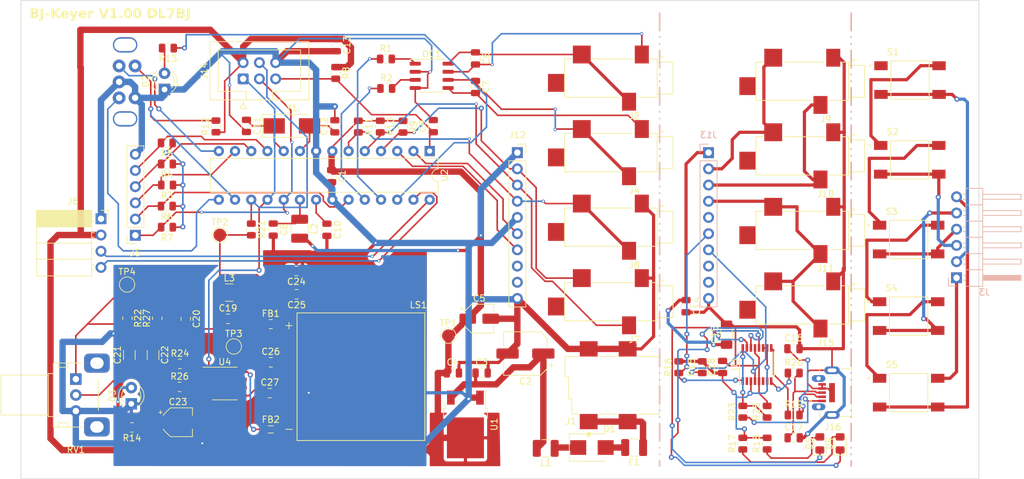
<source format=kicad_pcb>
(kicad_pcb (version 20221018) (generator pcbnew)

  (general
    (thickness 1.6)
  )

  (paper "A4")
  (title_block
    (comment 4 "AISLER Project ID: MMGPWGQA")
  )

  (layers
    (0 "F.Cu" signal)
    (31 "B.Cu" signal)
    (32 "B.Adhes" user "B.Adhesive")
    (33 "F.Adhes" user "F.Adhesive")
    (34 "B.Paste" user)
    (35 "F.Paste" user)
    (36 "B.SilkS" user "B.Silkscreen")
    (37 "F.SilkS" user "F.Silkscreen")
    (38 "B.Mask" user)
    (39 "F.Mask" user)
    (40 "Dwgs.User" user "User.Drawings")
    (41 "Cmts.User" user "User.Comments")
    (42 "Eco1.User" user "User.Eco1")
    (43 "Eco2.User" user "User.Eco2")
    (44 "Edge.Cuts" user)
    (45 "Margin" user)
    (46 "B.CrtYd" user "B.Courtyard")
    (47 "F.CrtYd" user "F.Courtyard")
    (48 "B.Fab" user)
    (49 "F.Fab" user)
    (50 "User.1" user)
    (51 "User.2" user)
    (52 "User.3" user)
    (53 "User.4" user)
    (54 "User.5" user)
    (55 "User.6" user)
    (56 "User.7" user)
    (57 "User.8" user)
    (58 "User.9" user)
  )

  (setup
    (pad_to_mask_clearance 0)
    (pcbplotparams
      (layerselection 0x00010fc_ffffffff)
      (plot_on_all_layers_selection 0x0000000_00000000)
      (disableapertmacros false)
      (usegerberextensions false)
      (usegerberattributes true)
      (usegerberadvancedattributes true)
      (creategerberjobfile true)
      (dashed_line_dash_ratio 12.000000)
      (dashed_line_gap_ratio 3.000000)
      (svgprecision 4)
      (plotframeref false)
      (viasonmask false)
      (mode 1)
      (useauxorigin false)
      (hpglpennumber 1)
      (hpglpenspeed 20)
      (hpglpendiameter 15.000000)
      (dxfpolygonmode true)
      (dxfimperialunits true)
      (dxfusepcbnewfont true)
      (psnegative false)
      (psa4output false)
      (plotreference true)
      (plotvalue true)
      (plotinvisibletext false)
      (sketchpadsonfab false)
      (subtractmaskfromsilk false)
      (outputformat 1)
      (mirror false)
      (drillshape 1)
      (scaleselection 1)
      (outputdirectory "")
    )
  )

  (net 0 "")
  (net 1 "+5V")
  (net 2 "GND")
  (net 3 "Net-(U1-VI)")
  (net 4 "Net-(C6-Pad1)")
  (net 5 "Net-(C6-Pad2)")
  (net 6 "Net-(C7-Pad1)")
  (net 7 "Net-(C7-Pad2)")
  (net 8 "Net-(U2-AVCC)")
  (net 9 "/~{RESET}")
  (net 10 "Net-(U2-AREF)")
  (net 11 "Net-(U2-XTAL2{slash}PB7)")
  (net 12 "Net-(U2-XTAL1{slash}PB6)")
  (net 13 "+5VA")
  (net 14 "GNDA")
  (net 15 "Net-(U3-3V3OUT)")
  (net 16 "Net-(C19-Pad1)")
  (net 17 "Net-(C19-Pad2)")
  (net 18 "Net-(C20-Pad1)")
  (net 19 "Net-(C21-Pad1)")
  (net 20 "Net-(C21-Pad2)")
  (net 21 "Net-(C22-Pad2)")
  (net 22 "Net-(C26-Pad1)")
  (net 23 "Net-(C27-Pad1)")
  (net 24 "Net-(D1-K)")
  (net 25 "Net-(D1-A)")
  (net 26 "Net-(D2-A)")
  (net 27 "Net-(D3-A)")
  (net 28 "Net-(D4-K)")
  (net 29 "Net-(D4-A)")
  (net 30 "Net-(D5-K)")
  (net 31 "Net-(D5-A)")
  (net 32 "Net-(U4-OUT+)")
  (net 33 "Net-(U4-OUT-)")
  (net 34 "Net-(J3-Pin_1)")
  (net 35 "Net-(J3-Pin_2)")
  (net 36 "Net-(J3-Pin_3)")
  (net 37 "Net-(J3-Pin_4)")
  (net 38 "GND1")
  (net 39 "/Mem 4")
  (net 40 "/Mem 3")
  (net 41 "/Mem 2")
  (net 42 "/Mem 1")
  (net 43 "/SCL Display")
  (net 44 "/SDA Display")
  (net 45 "/Left Paddle")
  (net 46 "/Right Paddle")
  (net 47 "/Straight Key")
  (net 48 "/TxD")
  (net 49 "/RxD")
  (net 50 "unconnected-(J12-Pin_8-Pad8)")
  (net 51 "unconnected-(J12-Pin_9-Pad9)")
  (net 52 "Net-(J13-Pin_4)")
  (net 53 "unconnected-(J13-Pin_5-Pad5)")
  (net 54 "Net-(J13-Pin_6)")
  (net 55 "Net-(J13-Pin_7)")
  (net 56 "unconnected-(J13-Pin_8-Pad8)")
  (net 57 "unconnected-(J13-Pin_9-Pad9)")
  (net 58 "/~{AUDIO SD}")
  (net 59 "/AUDIO")
  (net 60 "Net-(OC1-Pad1)")
  (net 61 "Net-(OC1-Pad3)")
  (net 62 "/TRX 1")
  (net 63 "/TRX 2")
  (net 64 "Net-(U2-PB2)")
  (net 65 "/Key")
  (net 66 "Net-(U3-USBDM)")
  (net 67 "Net-(U3-USBDP)")
  (net 68 "Net-(J3-Pin_5)")
  (net 69 "Net-(U3-CBUS3)")
  (net 70 "Net-(U4-IN+)")
  (net 71 "Net-(U4-IN-)")
  (net 72 "Net-(U2-PB0)")
  (net 73 "Net-(U2-PB1)")
  (net 74 "unconnected-(U3-~{RTS}-Pad2)")
  (net 75 "unconnected-(U3-~{CTS}-Pad6)")
  (net 76 "unconnected-(U3-CBUS2-Pad7)")
  (net 77 "unconnected-(U4-NC-Pad2)")
  (net 78 "unconnected-(J2-Pad4)")
  (net 79 "unconnected-(J4-Pad4)")
  (net 80 "unconnected-(J8-Pad4)")
  (net 81 "unconnected-(J7-Pad4)")
  (net 82 "unconnected-(J9-Pad4)")
  (net 83 "unconnected-(J10-Pad4)")
  (net 84 "unconnected-(J11-Pad4)")
  (net 85 "unconnected-(J15-Pad4)")
  (net 86 "/+7-15V")
  (net 87 "/Ext Left Paddle")
  (net 88 "/Ext Right Paddle")
  (net 89 "Net-(J3-Pin_6)")
  (net 90 "/Mem 5")
  (net 91 "Net-(R3-Pad1)")
  (net 92 "Net-(R22-Pad2)")
  (net 93 "Net-(S1-Pad3)")
  (net 94 "Net-(S2-Pad3)")
  (net 95 "Net-(S3-Pad3)")
  (net 96 "Net-(S4-Pad3)")
  (net 97 "Net-(J16-D-)")
  (net 98 "Net-(J16-D+)")
  (net 99 "Net-(J16-VCC)")
  (net 100 "unconnected-(J16-SHIELD__1-PadSH2)")
  (net 101 "unconnected-(J16-SHIELD__4-PadSH5)")

  (footprint "Package_SO:SO-8_3.9x4.9mm_P1.27mm" (layer "F.Cu") (at 31.9182 60.071))

  (footprint "Capacitor_SMD:CP_Elec_6.3x5.9" (layer "F.Cu") (at 78.994 55.372 180))

  (footprint "Resistor_SMD:R_0805_2012Metric" (layer "F.Cu") (at 36.068 35.9175 -90))

  (footprint "Resistor_SMD:R_0805_2012Metric" (layer "F.Cu") (at 24.892 56.9976))

  (footprint "Resistor_SMD:R_0805_2012Metric" (layer "F.Cu") (at 121 58.42))

  (footprint "MountingHole:MountingHole_3.2mm_M3_DIN965" (layer "F.Cu") (at 139.192 5.5))

  (footprint "Resistor_SMD:R_0805_2012Metric" (layer "F.Cu") (at 30.5308 19.7631 90))

  (footprint "Diode_SMD:D_SMB" (layer "F.Cu") (at 89.408 70.104))

  (footprint "Resistor_SMD:R_0805_2012Metric" (layer "F.Cu") (at 116.84 64.4925 90))

  (footprint "Capacitor_SMD:C_0805_2012Metric" (layer "F.Cu") (at 43.1648 46.0756 180))

  (footprint "Resistor_SMD:R_0805_2012Metric" (layer "F.Cu") (at 22.8365 22.352 180))

  (footprint "Inductor_SMD:L_0805_2012Metric_Pad1.15x1.40mm_HandSolder" (layer "F.Cu") (at 39.116 50.7492))

  (footprint "Capacitor_SMD:C_0805_2012Metric" (layer "F.Cu") (at 120.965 54.61))

  (footprint "Capacitor_SMD:C_0805_2012Metric" (layer "F.Cu") (at 72.136 58.42))

  (footprint "BJ-Keyer:CUI_SJ-3524-SMT" (layer "F.Cu") (at 126.0905 47.752 180))

  (footprint "LED_THT:LED_D3.0mm" (layer "F.Cu") (at 17.272 63.251 90))

  (footprint "Capacitor_SMD:C_0805_2012Metric" (layer "F.Cu") (at 109.855 57.47 90))

  (footprint "Resistor_SMD:R_0805_2012Metric" (layer "F.Cu") (at 113.03 64.4925 90))

  (footprint "Resistor_SMD:R_0805_2012Metric" (layer "F.Cu") (at 22.86 35.56 180))

  (footprint "Capacitor_SMD:C_0805_2012Metric" (layer "F.Cu") (at 43.1292 42.418 180))

  (footprint "BJ-Keyer:CUI_SJ-3524-SMT" (layer "F.Cu") (at 96.1185 23.876 180))

  (footprint "Resistor_SMD:R_0805_2012Metric" (layer "F.Cu") (at 22.8365 32.258 180))

  (footprint "BJ-Keyer:CUI_UJ2-MIBH2-4-SMT" (layer "F.Cu") (at 125.45 62.8 180))

  (footprint "Capacitor_SMD:C_0805_2012Metric" (layer "F.Cu") (at 49.149 19.751 90))

  (footprint "Resistor_SMD:R_0805_2012Metric" (layer "F.Cu") (at 113.03 69.4925 90))

  (footprint "Connector_IDC:IDC-Header_2x03_P2.54mm_Vertical" (layer "F.Cu") (at 34.793 12.3095 90))

  (footprint "LED_THT:LED_D3.0mm" (layer "F.Cu") (at 22.479 13.975 90))

  (footprint "BJ-Keyer:CUI_PJ-002BH-SMT-TR" (layer "F.Cu") (at 88.9 66.04 180))

  (footprint "Capacitor_SMD:C_0805_2012Metric" (layer "F.Cu") (at 121 68.58))

  (footprint "Capacitor_SMD:CP_Elec_4x4.5" (layer "F.Cu") (at 24.5872 66.1416))

  (footprint "Connector_PinSocket_2.54mm:PinSocket_1x06_P2.54mm_Vertical" (layer "F.Cu") (at 17.907 36.83 180))

  (footprint "Capacitor_SMD:C_0805_2012Metric" (layer "F.Cu") (at 35.306 19.685 -90))

  (footprint "BJ-Keyer:SW_TS04-66-85-BK-160-SMT" (layer "F.Cu") (at 139.17 25))

  (footprint "Resistor_SMD:R_0805_2012Metric" (layer "F.Cu") (at 16.6624 49.8367 -90))

  (footprint "BJ-Keyer:RotaryEncoder_EC11B-Horizontal-Dual" (layer "F.Cu") (at 16.617 12.787 -90))

  (footprint "BJ-Keyer:CUI_SJ-3524-SMT" (layer "F.Cu") (at 126.0905 12.7 180))

  (footprint "Capacitor_SMD:C_0805_2012Metric" (layer "F.Cu") (at 25.8064 49.9212 -90))

  (footprint "Capacitor_SMD:C_0805_2012Metric" (layer "F.Cu") (at 38.9636 61.5696))

  (footprint "Connector_PinSocket_2.54mm:PinSocket_1x04_P2.54mm_Horizontal" (layer "F.Cu") (at 12.528 34.25))

  (footprint "TestPoint:TestPoint_Pad_D2.0mm" (layer "F.Cu") (at 16.6116 44.5516))

  (footprint "LED_SMD:LED_0805_2012Metric_Pad1.15x1.40mm_HandSolder" (layer "F.Cu") (at 128.27 69.46 90))

  (footprint "TestPoint:TestPoint_Pad_D2.0mm" (layer "F.Cu") (at 31.1404 36.7792))

  (footprint "Crystal:Crystal_SMD_Abracon_ABM3-2Pin_5.0x3.2mm_HandSoldering" (layer "F.Cu") (at 42.418 19.685))

  (footprint "TestPoint:TestPoint_Pad_D2.0mm" (layer "F.Cu") (at 66.929 52.578))

  (footprint "BJ-Keyer:CUI_SJ-3524-SMT" (layer "F.Cu") (at 96.1185 35.56 180))

  (footprint "Resistor_SMD:R_0805_2012Metric" (layer "F.Cu")
    (tstamp 6e0f1e76-dcae-4b74-aad6-1e9bef2d7f7c)
    (at 121 65)
    (descr "Resistor SMD 0805 (2012 Metric), square (rectangular) end terminal, IPC_7351 nominal, (Body size source: IPC-SM-782 page 72, https://www.pcb-3d.com/wordpress/wp-content/uploads/ipc-sm-782a_amendment_1_and_2.pdf), generated with kicad-footprint-generator")
    (tags "resistor")
    (property "Sheetfile" "BJ-Keyer.kicad_sch")
    (property "Sheetname" "")
    (property "ki_description" "Resistor, small symbol")
    (property "ki_keywords" "R resistor")
    (path "/213189ac-cab8-412e-bd23-b4d3970aff5f")
    (attr smd)
    (fp_text reference "R19" (at 0 -1.65) (layer "F.SilkS")
        (effects (font (size 1 1) (thickness 0.15)))
      (tstamp a46827b3-590c-46eb-b904-88753a8eb480)
    )
    (fp_text value "27R" (at -0.0075 2) (layer "F.Fab")
        (effects (font (size 1 1) (thickness 0.15)))
      (tstamp 034f5a92-64c1-42a7-90f9-3fea1bcf59e1)
    )
    (fp_text user "${REFERENCE}" (at 0 0) (layer "F.Fab")
        (effects (font (size 0.5 0.5) (thickness 0.08)))
      (tstamp 167d906d-cf98-4638-8ec8-24d3d180abc0)
    )
    (fp_line (start -0.227064 -0.735) (end 0.227064 -0.735)
      (stroke (width 0.12) (type solid)) (layer "F.SilkS") (tstamp 6cda67c8-8a52-432b-b374-689c68bee443))
    (fp_line (start -0.227064 0.735) (end 0.227064 0.735)
      (stroke (width 0.12) (type solid)) (layer "F.SilkS") (tstamp 8cba8be4-891a-48e0-b01b-91f837578927))
    (fp_line (start -1.68 -0.95) (end 1.68 -0.95)
      (stroke (width 0.05) (type solid)) (layer "F.CrtYd") (tstamp 58794803-41eb-4b67-a56c-f44361c8c88b))
    (fp_line (start -1.68 0.95) (end -1.68 -0.95)
      (stroke (width 0.05) (type solid)) (layer "F.CrtYd") (tstamp d629b208-9459-4152-9990-d813c
... [543099 chars truncated]
</source>
